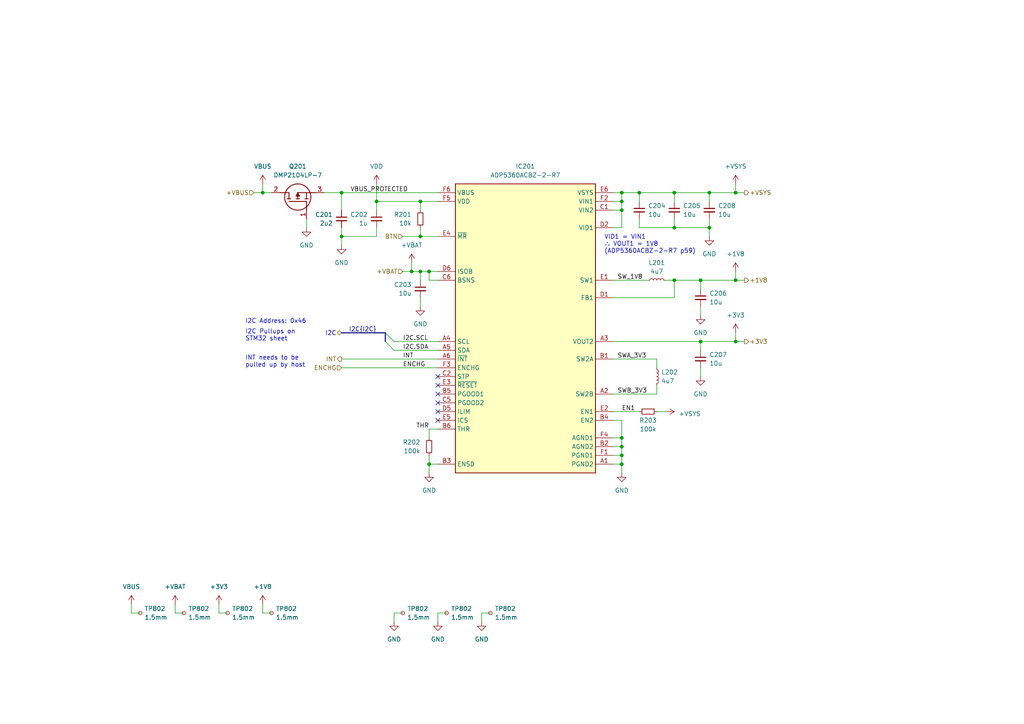
<source format=kicad_sch>
(kicad_sch (version 20230121) (generator eeschema)
  (paper "A4")
  (title_block (title "Watch Power") (rev "2"))
  (lib_symbols
    (symbol "ADP5360ACBZ-2-R7:ADP5360ACBZ-2-R7"
      (property "Reference" "IC" (at 1.27 45.72 0))
      (property "Value" "ADP5360ACBZ-2-R7" (at 1.27 43.18 0))
      (symbol "ADP5360ACBZ-2-R7_1_1"
        (rectangle (start -20.32 40.64) (end 20.32 -43.18) (stroke (width 0.254)) (fill (type background)))
        (pin passive line (at 25.4 -40.64 180) (length 5.08) (name "PGND2") (number "A1"))
        (pin passive line (at 25.4 -20.32 180) (length 5.08) (name "SW2B") (number "A2"))
        (pin passive line (at 25.4 -5.08 180) (length 5.08) (name "VOUT2") (number "A3"))
        (pin passive line (at -25.4 -5.08 0) (length 5.08) (name "SCL") (number "A4"))
        (pin passive line (at -25.4 -7.62 0) (length 5.08) (name "SDA") (number "A5"))
        (pin passive line (at -25.4 -10.16 0) (length 5.08) (name "~{INT}") (number "A6"))
        (pin passive line (at 25.4 -10.16 180) (length 5.08) (name "SW2A") (number "B1"))
        (pin passive line (at 25.4 -35.56 180) (length 5.08) (name "AGND2") (number "B2"))
        (pin passive line (at -25.4 -40.64 0) (length 5.08) (name "ENSD") (number "B3"))
        (pin passive line (at 25.4 -27.94 180) (length 5.08) (name "EN2") (number "B4"))
        (pin passive line (at -25.4 -20.32 0) (length 5.08) (name "PGOOD1") (number "B5"))
        (pin passive line (at -25.4 -30.48 0) (length 5.08) (name "THR") (number "B6"))
        (pin passive line (at 25.4 33.02 180) (length 5.08) (name "VIN2") (number "C1"))
        (pin passive line (at -25.4 -15.24 0) (length 5.08) (name "STP") (number "C2"))
        (pin passive line (at -25.4 -22.86 0) (length 5.08) (name "PGOOD2") (number "C5"))
        (pin passive line (at -25.4 12.7 0) (length 5.08) (name "BSNS") (number "C6"))
        (pin passive line (at 25.4 7.62 180) (length 5.08) (name "FB1") (number "D1"))
        (pin passive line (at 25.4 27.94 180) (length 5.08) (name "VID1") (number "D2"))
        (pin passive line (at -25.4 -25.4 0) (length 5.08) (name "ILIM") (number "D5"))
        (pin passive line (at -25.4 15.24 0) (length 5.08) (name "ISOB") (number "D6"))
        (pin passive line (at 25.4 12.7 180) (length 5.08) (name "SW1") (number "E1"))
        (pin passive line (at 25.4 -25.4 180) (length 5.08) (name "EN1") (number "E2"))
        (pin passive line (at -25.4 -17.78 0) (length 5.08) (name "~{RESET}") (number "E3"))
        (pin passive line (at -25.4 25.4 0) (length 5.08) (name "~{MR}") (number "E4"))
        (pin passive line (at -25.4 -27.94 0) (length 5.08) (name "ICS") (number "E5"))
        (pin passive line (at 25.4 38.1 180) (length 5.08) (name "VSYS") (number "E6"))
        (pin passive line (at 25.4 -38.1 180) (length 5.08) (name "PGND1") (number "F1"))
        (pin passive line (at 25.4 35.56 180) (length 5.08) (name "VIN1") (number "F2"))
        (pin passive line (at -25.4 -12.7 0) (length 5.08) (name "ENCHG") (number "F3"))
        (pin passive line (at 25.4 -33.02 180) (length 5.08) (name "AGND1") (number "F4"))
        (pin passive line (at -25.4 35.56 0) (length 5.08) (name "VDD") (number "F5"))
        (pin passive line (at -25.4 38.1 0) (length 5.08) (name "VBUS") (number "F6"))
      )
    )
    (symbol "Connector:TestPoint_Small" (pin_numbers hide) (pin_names (offset 0.762) hide)
      (property "Reference" "TP" (at 0 3.81 0))
      (property "Value" "TestPoint_Small" (at 0 2.032 0))
      (symbol "TestPoint_Small_0_1"
        (circle (center 0 0) (radius 0.508))
      )
      (symbol "TestPoint_Small_1_1"
        (pin passive line (at 0 0 90) (length 0) (name "1") (number "1"))
      )
    )
    (symbol "DMP2104LP-7:DMP2104LP-7" (pin_names hide)
      (property "Reference" "Q" (at 11.43 3.81 0))
      (property "Value" "DMP2104LP-7" (at 11.43 1.27 0))
      (symbol "DMP2104LP-7_1_1"
        (polyline (pts (xy 2.54 0) (xy 5.08 0)) (stroke (width 0.254)))
        (polyline (pts (xy 5.08 5.08) (xy 5.08 0)) (stroke (width 0.254)))
        (polyline (pts (xy 5.842 -0.508) (xy 5.842 0.508)) (stroke (width 0.254)))
        (polyline (pts (xy 5.842 0) (xy 7.62 0)) (stroke (width 0.254)))
        (polyline (pts (xy 5.842 2.032) (xy 5.842 3.048)) (stroke (width 0.254)))
        (polyline (pts (xy 5.842 5.588) (xy 5.842 4.572)) (stroke (width 0.254)))
        (polyline (pts (xy 7.62 2.54) (xy 5.842 2.54)) (stroke (width 0.254)))
        (polyline (pts (xy 7.62 2.54) (xy 7.62 -2.54)) (stroke (width 0.254)))
        (polyline (pts (xy 7.62 5.08) (xy 5.842 5.08)) (stroke (width 0.254)))
        (polyline (pts (xy 7.62 5.08) (xy 7.62 7.62)) (stroke (width 0.254)))
        (polyline (pts (xy 7.62 2.54) (xy 6.604 3.048) (xy 6.604 2.032) (xy 7.62 2.54)) (stroke (width 0.254)) (fill (type outline)))
        (circle (center 6.35 2.54) (radius 3.81) (stroke (width 0.254)))
        (pin passive line (at 0 0 0) (length 2.54) (name "G") (number "1"))
        (pin passive line (at 7.62 10.16 270) (length 2.54) (name "D") (number "2"))
        (pin passive line (at 7.62 -5.08 90) (length 2.54) (name "S") (number "3"))
      )
    )
    (symbol "Device:C_Small" (pin_numbers hide) (pin_names (offset 0.254) hide)
      (property "Reference" "C" (at 0.254 1.778 0))
      (property "Value" "C_Small" (at 0.254 -2.032 0))
      (symbol "C_Small_0_1"
        (polyline (pts (xy -1.524 -0.508) (xy 1.524 -0.508)) (stroke (width 0.3302)))
        (polyline (pts (xy -1.524 0.508) (xy 1.524 0.508)) (stroke (width 0.3048)))
      )
      (symbol "C_Small_1_1"
        (pin passive line (at 0 2.54 270) (length 2.032) (name "~") (number "1"))
        (pin passive line (at 0 -2.54 90) (length 2.032) (name "~") (number "2"))
      )
    )
    (symbol "Device:L_Small" (pin_numbers hide) (pin_names (offset 0.254) hide)
      (property "Reference" "L" (at 0.762 1.016 0))
      (property "Value" "L_Small" (at 0.762 -1.016 0))
      (symbol "L_Small_0_1"
        (arc (start 0 -2.032) (mid 0.5058 -1.524) (end 0 -1.016))
        (arc (start 0 -1.016) (mid 0.5058 -0.508) (end 0 0))
        (arc (start 0 0) (mid 0.5058 0.508) (end 0 1.016))
        (arc (start 0 1.016) (mid 0.5058 1.524) (end 0 2.032))
      )
      (symbol "L_Small_1_1"
        (pin passive line (at 0 2.54 270) (length 0.508) (name "~") (number "1"))
        (pin passive line (at 0 -2.54 90) (length 0.508) (name "~") (number "2"))
      )
    )
    (symbol "Device:R_Small" (pin_numbers hide) (pin_names (offset 0.254) hide)
      (property "Reference" "R" (at 0.762 0.508 0))
      (property "Value" "R_Small" (at 0.762 -1.016 0))
      (symbol "R_Small_0_1"
        (rectangle (start -0.762 1.778) (end 0.762 -1.778) (stroke (width 0.2032)))
      )
      (symbol "R_Small_1_1"
        (pin passive line (at 0 2.54 270) (length 0.762) (name "~") (number "1"))
        (pin passive line (at 0 -2.54 90) (length 0.762) (name "~") (number "2"))
      )
    )
    (symbol "power:+1V8" (power) (pin_names (offset 0))
      (property "Value" "+1V8" (at 0 3.556 0))
      (symbol "+1V8_0_1"
        (polyline (pts (xy -0.762 1.27) (xy 0 2.54)))
        (polyline (pts (xy 0 0) (xy 0 2.54)))
        (polyline (pts (xy 0 2.54) (xy 0.762 1.27)))
      )
      (symbol "+1V8_1_1"
        (pin power_in line (at 0 0 90) (length 0) hide (name "+1V8") (number "1"))
      )
    )
    (symbol "power:+3V3" (power) (pin_names (offset 0))
      (property "Value" "+3V3" (at 0 3.556 0))
      (symbol "+3V3_0_1"
        (polyline (pts (xy -0.762 1.27) (xy 0 2.54)))
        (polyline (pts (xy 0 0) (xy 0 2.54)))
        (polyline (pts (xy 0 2.54) (xy 0.762 1.27)))
      )
      (symbol "+3V3_1_1"
        (pin power_in line (at 0 0 90) (length 0) hide (name "+3V3") (number "1"))
      )
    )
    (symbol "power:GND" (power) (pin_names (offset 0))
      (property "Value" "GND" (at 0 -3.81 0))
      (symbol "GND_0_1"
        (polyline (pts (xy 0 0) (xy 0 -1.27) (xy 1.27 -1.27) (xy 0 -2.54) (xy -1.27 -1.27) (xy 0 -1.27)))
      )
      (symbol "GND_1_1"
        (pin power_in line (at 0 0 270) (length 0) hide (name "GND") (number "1"))
      )
    )
    (symbol "power:VBUS" (power) (pin_names (offset 0))
      (property "Value" "VBUS" (at 0 3.81 0))
      (symbol "VBUS_0_1"
        (polyline (pts (xy -0.762 1.27) (xy 0 2.54)))
        (polyline (pts (xy 0 0) (xy 0 2.54)))
        (polyline (pts (xy 0 2.54) (xy 0.762 1.27)))
      )
      (symbol "VBUS_1_1"
        (pin power_in line (at 0 0 90) (length 0) hide (name "VBUS") (number "1"))
      )
    )
    (symbol "power:VDD" (power) (pin_names (offset 0))
      (property "Value" "VDD" (at 0 3.81 0))
      (symbol "VDD_0_1"
        (polyline (pts (xy -0.762 1.27) (xy 0 2.54)))
        (polyline (pts (xy 0 0) (xy 0 2.54)))
        (polyline (pts (xy 0 2.54) (xy 0.762 1.27)))
      )
      (symbol "VDD_1_1"
        (pin power_in line (at 0 0 90) (length 0) hide (name "VDD") (number "1"))
      )
    )
    (symbol "watch_symbols_lib:+VBAT" (power) (pin_names (offset 0))
      (property "Value" "+VBAT" (at 0 3.556 0))
      (symbol "+VBAT_0_1"
        (polyline (pts (xy -0.762 1.27) (xy 0 2.54)))
        (polyline (pts (xy 0 0) (xy 0 2.54)))
        (polyline (pts (xy 0 2.54) (xy 0.762 1.27)))
      )
      (symbol "+VBAT_1_1"
        (pin power_in line (at 0 0 90) (length 0) hide (name "+VBAT") (number "1"))
      )
    )
    (symbol "watch_symbols_lib:+VSYS" (power) (pin_names (offset 0))
      (property "Value" "+VSYS" (at 0 3.556 0))
      (symbol "+VSYS_0_1"
        (polyline (pts (xy -0.762 1.27) (xy 0 2.54)))
        (polyline (pts (xy 0 0) (xy 0 2.54)))
        (polyline (pts (xy 0 2.54) (xy 0.762 1.27)))
      )
      (symbol "+VSYS_1_1"
        (pin power_in line (at 0 0 90) (length 0) hide (name "+VSYS") (number "1"))
      )
    )
  )
  (junction (at 124.46 78.74))
  (junction (at 195.58 81.28))
  (junction (at 124.46 134.62))
  (junction (at 99.06 68.58))
  (junction (at 213.36 99.06))
  (junction (at 203.2 99.06))
  (junction (at 119.38 78.74))
  (junction (at 185.42 55.88))
  (junction (at 205.74 66.04))
  (junction (at 180.34 132.08))
  (junction (at 213.36 81.28))
  (junction (at 180.34 134.62))
  (junction (at 203.2 81.28))
  (junction (at 180.34 129.54))
  (junction (at 180.34 60.96))
  (junction (at 180.34 127))
  (junction (at 213.36 55.88))
  (junction (at 180.34 58.42))
  (junction (at 76.2 55.88))
  (junction (at 121.92 58.42))
  (junction (at 195.58 66.04))
  (junction (at 109.22 58.42))
  (junction (at 205.74 55.88))
  (junction (at 195.58 55.88))
  (junction (at 121.92 68.58))
  (junction (at 99.06 55.88))
  (junction (at 121.92 78.74))
  (junction (at 180.34 55.88))
  (no_connect (at 127 111.76))
  (no_connect (at 127 119.38))
  (no_connect (at 127 114.3))
  (no_connect (at 127 116.84))
  (no_connect (at 127 121.92))
  (no_connect (at 127 109.22))
  (bus_entry (at 111.76 99.06) (size 2.54 2.54))
  (bus_entry (at 111.76 96.52) (size 2.54 2.54))
  (wire (pts (xy 116.84 78.74) (xy 119.38 78.74)))
  (wire (pts (xy 203.2 99.06) (xy 213.36 99.06)))
  (wire (pts (xy 177.8 119.38) (xy 185.42 119.38)))
  (wire (pts (xy 180.34 127) (xy 177.8 127)))
  (wire (pts (xy 76.2 55.88) (xy 78.74 55.88)))
  (bus (pts (xy 111.76 96.52) (xy 111.76 99.06)))
  (wire (pts (xy 109.22 60.96) (xy 109.22 58.42)))
  (wire (pts (xy 177.8 58.42) (xy 180.34 58.42)))
  (wire (pts (xy 73.66 55.88) (xy 76.2 55.88)))
  (wire (pts (xy 205.74 55.88) (xy 205.74 58.42)))
  (wire (pts (xy 195.58 66.04) (xy 205.74 66.04)))
  (wire (pts (xy 213.36 99.06) (xy 215.9 99.06)))
  (wire (pts (xy 205.74 66.04) (xy 205.74 63.5)))
  (wire (pts (xy 38.1 175.26) (xy 38.1 177.8)))
  (wire (pts (xy 203.2 81.28) (xy 213.36 81.28)))
  (wire (pts (xy 180.34 132.08) (xy 180.34 129.54)))
  (wire (pts (xy 177.8 134.62) (xy 180.34 134.62)))
  (wire (pts (xy 139.7 180.34) (xy 139.7 177.8)))
  (wire (pts (xy 213.36 55.88) (xy 213.36 53.34)))
  (wire (pts (xy 124.46 127) (xy 124.46 124.46)))
  (wire (pts (xy 119.38 78.74) (xy 119.38 76.2)))
  (wire (pts (xy 109.22 68.58) (xy 99.06 68.58)))
  (wire (pts (xy 114.3 101.6) (xy 127 101.6)))
  (wire (pts (xy 139.7 177.8) (xy 142.24 177.8)))
  (wire (pts (xy 114.3 99.06) (xy 127 99.06)))
  (wire (pts (xy 177.8 81.28) (xy 187.96 81.28)))
  (wire (pts (xy 114.3 177.8) (xy 116.84 177.8)))
  (wire (pts (xy 99.06 106.68) (xy 127 106.68)))
  (wire (pts (xy 213.36 81.28) (xy 215.9 81.28)))
  (wire (pts (xy 185.42 66.04) (xy 195.58 66.04)))
  (wire (pts (xy 195.58 86.36) (xy 195.58 81.28)))
  (wire (pts (xy 195.58 55.88) (xy 205.74 55.88)))
  (wire (pts (xy 185.42 66.04) (xy 185.42 63.5)))
  (wire (pts (xy 99.06 104.14) (xy 127 104.14)))
  (wire (pts (xy 116.84 68.58) (xy 121.92 68.58)))
  (wire (pts (xy 195.58 81.28) (xy 203.2 81.28)))
  (wire (pts (xy 127 180.34) (xy 127 177.8)))
  (wire (pts (xy 124.46 81.28) (xy 124.46 78.74)))
  (wire (pts (xy 180.34 137.16) (xy 180.34 134.62)))
  (wire (pts (xy 177.8 121.92) (xy 180.34 121.92)))
  (wire (pts (xy 190.5 104.14) (xy 190.5 106.68)))
  (wire (pts (xy 177.8 55.88) (xy 180.34 55.88)))
  (wire (pts (xy 203.2 106.68) (xy 203.2 109.22)))
  (wire (pts (xy 205.74 55.88) (xy 213.36 55.88)))
  (wire (pts (xy 121.92 58.42) (xy 127 58.42)))
  (wire (pts (xy 213.36 78.74) (xy 213.36 81.28)))
  (wire (pts (xy 180.34 58.42) (xy 180.34 55.88)))
  (wire (pts (xy 180.34 55.88) (xy 185.42 55.88)))
  (wire (pts (xy 88.9 63.5) (xy 88.9 66.04)))
  (wire (pts (xy 76.2 175.26) (xy 76.2 177.8)))
  (wire (pts (xy 124.46 132.08) (xy 124.46 134.62)))
  (wire (pts (xy 93.98 55.88) (xy 99.06 55.88)))
  (wire (pts (xy 124.46 134.62) (xy 127 134.62)))
  (wire (pts (xy 180.34 66.04) (xy 180.34 60.96)))
  (wire (pts (xy 195.58 55.88) (xy 195.58 58.42)))
  (wire (pts (xy 121.92 88.9) (xy 121.92 86.36)))
  (wire (pts (xy 177.8 114.3) (xy 190.5 114.3)))
  (wire (pts (xy 76.2 177.8) (xy 78.74 177.8)))
  (wire (pts (xy 76.2 53.34) (xy 76.2 55.88)))
  (wire (pts (xy 99.06 68.58) (xy 99.06 71.12)))
  (wire (pts (xy 213.36 96.52) (xy 213.36 99.06)))
  (wire (pts (xy 121.92 68.58) (xy 127 68.58)))
  (wire (pts (xy 185.42 55.88) (xy 195.58 55.88)))
  (wire (pts (xy 109.22 66.04) (xy 109.22 68.58)))
  (wire (pts (xy 121.92 66.04) (xy 121.92 68.58)))
  (wire (pts (xy 124.46 137.16) (xy 124.46 134.62)))
  (wire (pts (xy 203.2 81.28) (xy 203.2 83.82)))
  (wire (pts (xy 213.36 55.88) (xy 215.9 55.88)))
  (wire (pts (xy 190.5 119.38) (xy 193.04 119.38)))
  (wire (pts (xy 205.74 68.58) (xy 205.74 66.04)))
  (wire (pts (xy 99.06 68.58) (xy 99.06 66.04)))
  (wire (pts (xy 121.92 78.74) (xy 124.46 78.74)))
  (wire (pts (xy 124.46 124.46) (xy 127 124.46)))
  (wire (pts (xy 63.5 175.26) (xy 63.5 177.8)))
  (wire (pts (xy 177.8 104.14) (xy 190.5 104.14)))
  (wire (pts (xy 38.1 177.8) (xy 40.64 177.8)))
  (wire (pts (xy 185.42 55.88) (xy 185.42 58.42)))
  (wire (pts (xy 195.58 81.28) (xy 193.04 81.28)))
  (wire (pts (xy 195.58 66.04) (xy 195.58 63.5)))
  (wire (pts (xy 119.38 78.74) (xy 121.92 78.74)))
  (wire (pts (xy 180.34 132.08) (xy 177.8 132.08)))
  (wire (pts (xy 180.34 121.92) (xy 180.34 127)))
  (wire (pts (xy 127 78.74) (xy 124.46 78.74)))
  (wire (pts (xy 99.06 55.88) (xy 127 55.88)))
  (wire (pts (xy 109.22 58.42) (xy 121.92 58.42)))
  (wire (pts (xy 127 177.8) (xy 129.54 177.8)))
  (wire (pts (xy 177.8 129.54) (xy 180.34 129.54)))
  (wire (pts (xy 177.8 86.36) (xy 195.58 86.36)))
  (wire (pts (xy 180.34 129.54) (xy 180.34 127)))
  (wire (pts (xy 121.92 78.74) (xy 121.92 81.28)))
  (wire (pts (xy 180.34 60.96) (xy 180.34 58.42)))
  (wire (pts (xy 50.8 175.26) (xy 50.8 177.8)))
  (wire (pts (xy 177.8 66.04) (xy 180.34 66.04)))
  (wire (pts (xy 180.34 134.62) (xy 180.34 132.08)))
  (bus (pts (xy 111.76 96.52) (xy 99.06 96.52)))
  (wire (pts (xy 99.06 55.88) (xy 99.06 60.96)))
  (wire (pts (xy 121.92 58.42) (xy 121.92 60.96)))
  (wire (pts (xy 203.2 88.9) (xy 203.2 91.44)))
  (wire (pts (xy 127 81.28) (xy 124.46 81.28)))
  (wire (pts (xy 50.8 177.8) (xy 53.34 177.8)))
  (wire (pts (xy 114.3 180.34) (xy 114.3 177.8)))
  (wire (pts (xy 177.8 60.96) (xy 180.34 60.96)))
  (wire (pts (xy 190.5 111.76) (xy 190.5 114.3)))
  (wire (pts (xy 109.22 53.34) (xy 109.22 58.42)))
  (wire (pts (xy 63.5 177.8) (xy 66.04 177.8)))
  (wire (pts (xy 177.8 99.06) (xy 203.2 99.06)))
  (wire (pts (xy 203.2 99.06) (xy 203.2 101.6)))
  (text "VID1 = VIN1\n∴ VOUT1 = 1V8\n(ADP5360ACBZ-2-R7 p59)" (at 175.26 73.66 0) (effects (font (size 1.27 1.27)) (justify left bottom)))
  (text "INT needs to be\npulled up by host" (at 71.12 106.68 0) (effects (font (size 1.27 1.27)) (justify left bottom)))
  (text "I2C Address: 0x46" (at 71.12 93.98 0) (effects (font (size 1.27 1.27)) (justify left bottom)))
  (text "I2C Pullups on\nSTM32 sheet" (at 71.12 99.06 0) (effects (font (size 1.27 1.27)) (justify left bottom)))
  (label "VBUS_PROTECTED" (at 101.6 55.88 0))
  (label "INT" (at 116.84 104.14 0))
  (label "I2C{I2C}" (at 109.22 96.52 180))
  (label "THR" (at 124.46 124.46 180))
  (label "SW_1V8" (at 179.07 81.28 0))
  (label "I2C.SCL" (at 116.84 99.06 0))
  (label "EN1" (at 180.34 119.38 0))
  (label "SWA_3V3" (at 179.07 104.14 0))
  (label "SWB_3V3" (at 179.07 114.3 0))
  (label "I2C.SDA" (at 116.84 101.6 0))
  (label "ENCHG" (at 116.84 106.68 0))
  (hierarchical_label "+VSYS" (shape output) (at 215.9 55.88 0))
  (hierarchical_label "+VBUS" (shape input) (at 73.66 55.88 180))
  (hierarchical_label "+3V3" (shape output) (at 215.9 99.06 0))
  (hierarchical_label "+VBAT" (shape input) (at 116.84 78.74 180))
  (hierarchical_label "BTN" (shape input) (at 116.84 68.58 180))
  (hierarchical_label "INT" (shape output) (at 99.06 104.14 180))
  (hierarchical_label "+1V8" (shape output) (at 215.9 81.28 0))
  (hierarchical_label "I2C" (shape bidirectional) (at 99.06 96.52 180) (property "DSI" "DSI" (effects hide)))
  (hierarchical_label "ENCHG" (shape input) (at 99.06 106.68 180))
  (symbol (lib_id "power:GND") (at 124.46 137.16 0) (unit 1)
    (property "Reference" "#PWR0208" (effects hide))
    (property "Value" "GND" (at 124.46 142.24 0))
  )
  (symbol (lib_id "Connector:TestPoint_Small") (at 78.74 177.8 0) (unit 1)
    (property "Reference" "TP802" (at 80.01 176.53 0) (effects (justify left)))
    (property "Value" "1.5mm" (at 80.01 179.07 0) (effects (justify left)))
    (property "Footprint" "TestPoint:TestPoint_Pad_D1.5mm" (effects hide))
    (instances (project "watch_main" (path "" (reference "TP802") (unit 1)) (path "" (reference "TP204") (unit 1))))
  )
  (symbol (lib_id "Device:R_Small") (at 124.46 129.54 0) (mirror y) (unit 1)
    (property "Reference" "R202" (at 121.92 128.27 0) (effects (justify left)))
    (property "Value" "100k" (at 121.92 130.81 0) (effects (justify left)))
    (property "Footprint" "Resistor_SMD:R_0402_1005Metric" (effects hide))
  )
  (symbol (lib_id "Connector:TestPoint_Small") (at 142.24 177.8 0) (unit 1)
    (property "Reference" "TP802" (at 143.51 176.53 0) (effects (justify left)))
    (property "Value" "1.5mm" (at 143.51 179.07 0) (effects (justify left)))
    (property "Footprint" "TestPoint:TestPoint_Pad_D1.5mm" (effects hide))
    (instances (project "watch_main" (path "" (reference "TP802") (unit 1)) (path "" (reference "TP209") (unit 1))))
  )
  (symbol (lib_id "power:GND") (at 203.2 109.22 0) (unit 1)
    (property "Reference" "#PWR0218" (effects hide))
    (property "Value" "GND" (at 203.2 114.3 0))
  )
  (symbol (lib_id "watch_symbols_lib:+VBAT") (at 50.8 175.26 0) (unit 1)
    (property "Reference" "#PWR0209" (effects hide))
    (property "Value" "+VBAT" (at 50.8 170.18 0))
  )
  (symbol (lib_id "Device:C_Small") (at 99.06 63.5 0) (mirror y) (unit 1)
    (property "Reference" "C201" (at 96.52 62.2363 0) (effects (justify left)))
    (property "Value" "2u2" (at 96.52 64.7763 0) (effects (justify left)))
    (property "Footprint" "Capacitor_SMD:C_0402_1005Metric" (effects hide))
  )
  (symbol (lib_id "Device:C_Small") (at 203.2 104.14 0) (unit 1)
    (property "Reference" "C207" (at 205.74 102.8763 0) (effects (justify left)))
    (property "Value" "10u" (at 205.74 105.4163 0) (effects (justify left)))
    (property "Footprint" "Capacitor_SMD:C_0402_1005Metric" (effects hide))
  )
  (symbol (lib_id "ADP5360ACBZ-2-R7:ADP5360ACBZ-2-R7") (at 152.4 93.98 0) (unit 1)
    (property "Reference" "IC201" (at 152.4 48.26 0))
    (property "Value" "ADP5360ACBZ-2-R7" (at 152.4 50.8 0))
    (property "Footprint" "watch_footprints:ADP5360ACBZ1R7" (effects hide))
    (property "Datasheet" "https://static6.arrow.com/aropdfconversion/942f247d1889decade131896ebbd71237a4d497d/adp5360.pdf" (effects hide))
    (property "Height" "0.56" (effects hide))
    (property "Mouser Part Number" "584-ADP5360ACBZ-2-R7" (effects hide))
    (property "Mouser Price/Stock" "https://www.mouser.co.uk/ProductDetail/Analog-Devices/ADP5360ACBZ-2-R7?qs=GBLSl2AkirtayaN8yEOC7w%3D%3D" (effects hide))
    (property "Manufacturer_Name" "Analog Devices" (effects hide))
    (property "Manufacturer_Part_Number" "ADP5360ACBZ-2-R7" (effects hide))
  )
  (symbol (lib_id "Connector:TestPoint_Small") (at 66.04 177.8 0) (unit 1)
    (property "Reference" "TP802" (at 67.31 176.53 0) (effects (justify left)))
    (property "Value" "1.5mm" (at 67.31 179.07 0) (effects (justify left)))
    (property "Footprint" "TestPoint:TestPoint_Pad_D1.5mm" (effects hide))
    (instances (project "watch_main" (path "" (reference "TP802") (unit 1)) (path "" (reference "TP203") (unit 1))))
  )
  (symbol (lib_id "Device:C_Small") (at 185.42 60.96 0) (unit 1)
    (property "Reference" "C204" (at 187.96 59.6963 0) (effects (justify left)))
    (property "Value" "10u" (at 187.96 62.2363 0) (effects (justify left)))
    (property "Footprint" "Capacitor_SMD:C_0402_1005Metric" (effects hide))
  )
  (symbol (lib_id "watch_symbols_lib:+VSYS") (at 193.04 119.38 270) (unit 1)
    (property "Reference" "#PWR0212" (effects hide))
    (property "Value" "+VSYS" (at 196.85 120.015 90) (effects (justify left)))
  )
  (symbol (lib_id "Device:C_Small") (at 109.22 63.5 0) (mirror y) (unit 1)
    (property "Reference" "C202" (at 106.68 62.2363 0) (effects (justify left)))
    (property "Value" "1u" (at 106.68 64.7763 0) (effects (justify left)))
    (property "Footprint" "Capacitor_SMD:C_0402_1005Metric" (effects hide))
  )
  (symbol (lib_id "power:+1V8") (at 76.2 175.26 0) (unit 1)
    (property "Reference" "#PWR0211" (effects hide))
    (property "Value" "+1V8" (at 76.2 170.18 0))
  )
  (symbol (lib_id "Connector:TestPoint_Small") (at 40.64 177.8 0) (unit 1)
    (property "Reference" "TP802" (at 41.91 176.53 0) (effects (justify left)))
    (property "Value" "1.5mm" (at 41.91 179.07 0) (effects (justify left)))
    (property "Footprint" "TestPoint:TestPoint_Pad_D1.5mm" (effects hide))
    (instances (project "watch_main" (path "" (reference "TP802") (unit 1)) (path "" (reference "TP201") (unit 1))))
  )
  (symbol (lib_id "power:GND") (at 180.34 137.16 0) (unit 1)
    (property "Reference" "#PWR0214" (effects hide))
    (property "Value" "GND" (at 180.34 142.24 0))
  )
  (symbol (lib_id "DMP2104LP-7:DMP2104LP-7") (at 88.9 63.5 90) (unit 1)
    (property "Reference" "Q201" (at 86.36 48.26 90))
    (property "Value" "DMP2104LP-7" (at 86.36 50.8 90))
    (property "Footprint" "watch_footprints:DMP2104LP7" (effects hide))
    (property "Datasheet" "https://componentsearchengine.com/Datasheets/2/DMP2104LP-7.pdf" (effects hide))
    (property "Height" "0.53" (effects hide))
    (property "Mouser Part Number" "621-DMP2104LP-7" (effects hide))
    (property "Mouser Price/Stock" "https://www.mouser.co.uk/ProductDetail/Diodes-Incorporated/DMP2104LP-7?qs=R%252By5Lqt1H6xg6KRllhPj7w%3D%3D" (effects hide))
    (property "Manufacturer_Name" "Diodes Incorporated" (effects hide))
    (property "Manufacturer_Part_Number" "DMP2104LP-7" (effects hide))
  )
  (symbol (lib_id "power:+3V3") (at 63.5 175.26 0) (unit 1)
    (property "Reference" "#PWR0210" (effects hide))
    (property "Value" "+3V3" (at 63.5 170.18 0))
  )
  (symbol (lib_id "Connector:TestPoint_Small") (at 53.34 177.8 0) (unit 1)
    (property "Reference" "TP802" (at 54.61 176.53 0) (effects (justify left)))
    (property "Value" "1.5mm" (at 54.61 179.07 0) (effects (justify left)))
    (property "Footprint" "TestPoint:TestPoint_Pad_D1.5mm" (effects hide))
    (instances (project "watch_main" (path "" (reference "TP802") (unit 1)) (path "" (reference "TP202") (unit 1))))
  )
  (symbol (lib_id "power:GND") (at 88.9 66.04 0) (unit 1)
    (property "Reference" "#PWR0202" (effects hide))
    (property "Value" "GND" (at 88.9 71.12 0))
  )
  (symbol (lib_id "power:GND") (at 139.7 180.34 0) (unit 1)
    (property "Reference" "#PWR0232" (effects hide))
    (property "Value" "GND" (at 139.7 185.42 0))
  )
  (symbol (lib_id "power:GND") (at 203.2 91.44 0) (unit 1)
    (property "Reference" "#PWR0217" (effects hide))
    (property "Value" "GND" (at 203.2 96.52 0))
  )
  (symbol (lib_id "power:VBUS") (at 76.2 53.34 0) (unit 1)
    (property "Reference" "#PWR0201" (effects hide))
    (property "Value" "VBUS" (at 76.2 48.26 0))
  )
  (symbol (lib_id "power:VDD") (at 109.22 53.34 0) (unit 1)
    (property "Reference" "#PWR0204" (effects hide))
    (property "Value" "VDD" (at 109.22 48.26 0))
  )
  (symbol (lib_id "Device:C_Small") (at 203.2 86.36 0) (unit 1)
    (property "Reference" "C206" (at 205.74 85.0963 0) (effects (justify left)))
    (property "Value" "10u" (at 205.74 87.6363 0) (effects (justify left)))
    (property "Footprint" "Capacitor_SMD:C_0402_1005Metric" (effects hide))
  )
  (symbol (lib_id "power:GND") (at 99.06 71.12 0) (unit 1)
    (property "Reference" "#PWR0203" (effects hide))
    (property "Value" "GND" (at 99.06 76.2 0))
  )
  (symbol (lib_id "power:GND") (at 114.3 180.34 0) (unit 1)
    (property "Reference" "#PWR0213" (effects hide))
    (property "Value" "GND" (at 114.3 185.42 0))
  )
  (symbol (lib_id "Connector:TestPoint_Small") (at 116.84 177.8 0) (unit 1)
    (property "Reference" "TP802" (at 118.11 176.53 0) (effects (justify left)))
    (property "Value" "1.5mm" (at 118.11 179.07 0) (effects (justify left)))
    (property "Footprint" "TestPoint:TestPoint_Pad_D1.5mm" (effects hide))
    (instances (project "watch_main" (path "" (reference "TP802") (unit 1)) (path "" (reference "TP206") (unit 1))))
  )
  (symbol (lib_id "Device:R_Small") (at 187.96 119.38 90) (mirror x) (unit 1)
    (property "Reference" "R203" (at 187.96 121.92 90))
    (property "Value" "100k" (at 187.96 124.46 90))
    (property "Footprint" "Resistor_SMD:R_0402_1005Metric" (effects hide))
  )
  (symbol (lib_id "Device:C_Small") (at 195.58 60.96 0) (unit 1)
    (property "Reference" "C205" (at 198.12 59.6963 0) (effects (justify left)))
    (property "Value" "10u" (at 198.12 62.2363 0) (effects (justify left)))
    (property "Footprint" "Capacitor_SMD:C_0402_1005Metric" (effects hide))
  )
  (symbol (lib_id "power:GND") (at 121.92 88.9 0) (unit 1)
    (property "Reference" "#PWR0207" (effects hide))
    (property "Value" "GND" (at 121.92 93.98 0))
  )
  (symbol (lib_id "power:VBUS") (at 38.1 175.26 0) (unit 1)
    (property "Reference" "#PWR0205" (effects hide))
    (property "Value" "VBUS" (at 38.1 170.18 0))
  )
  (symbol (lib_id "Device:L_Small") (at 190.5 81.28 90) (unit 1)
    (property "Reference" "L201" (at 190.5 76.2 90))
    (property "Value" "4u7" (at 190.5 78.74 90))
    (property "Footprint" "Inductor_SMD:L_Murata_DFE201610P" (effects hide))
  )
  (symbol (lib_id "Connector:TestPoint_Small") (at 129.54 177.8 0) (unit 1)
    (property "Reference" "TP802" (at 130.81 176.53 0) (effects (justify left)))
    (property "Value" "1.5mm" (at 130.81 179.07 0) (effects (justify left)))
    (property "Footprint" "TestPoint:TestPoint_Pad_D1.5mm" (effects hide))
    (instances (project "watch_main" (path "" (reference "TP802") (unit 1)) (path "" (reference "TP208") (unit 1))))
  )
  (symbol (lib_id "Device:R_Small") (at 121.92 63.5 0) (mirror y) (unit 1)
    (property "Reference" "R201" (at 119.38 62.23 0) (effects (justify left)))
    (property "Value" "10k" (at 119.38 64.77 0) (effects (justify left)))
    (property "Footprint" "Resistor_SMD:R_0402_1005Metric" (effects hide))
  )
  (symbol (lib_id "power:+3V3") (at 213.36 96.52 0) (unit 1)
    (property "Reference" "#PWR0222" (effects hide))
    (property "Value" "+3V3" (at 213.36 91.44 0))
  )
  (symbol (lib_id "Device:C_Small") (at 121.92 83.82 0) (mirror y) (unit 1)
    (property "Reference" "C203" (at 119.38 82.5563 0) (effects (justify left)))
    (property "Value" "10u" (at 119.38 85.0963 0) (effects (justify left)))
    (property "Footprint" "Capacitor_SMD:C_0402_1005Metric" (effects hide))
  )
  (symbol (lib_id "power:GND") (at 205.74 68.58 0) (unit 1)
    (property "Reference" "#PWR0219" (effects hide))
    (property "Value" "GND" (at 205.74 73.66 0))
  )
  (symbol (lib_id "Device:L_Small") (at 190.5 109.22 0) (unit 1)
    (property "Reference" "L202" (at 191.77 107.95 0) (effects (justify left)))
    (property "Value" "4u7" (at 191.77 110.49 0) (effects (justify left)))
    (property "Footprint" "Inductor_SMD:L_Murata_DFE201610P" (effects hide))
  )
  (symbol (lib_id "watch_symbols_lib:+VBAT") (at 119.38 76.2 0) (unit 1)
    (property "Reference" "#PWR0206" (effects hide))
    (property "Value" "+VBAT" (at 119.38 71.12 0))
  )
  (symbol (lib_id "Device:C_Small") (at 205.74 60.96 0) (unit 1)
    (property "Reference" "C208" (at 208.28 59.6963 0) (effects (justify left)))
    (property "Value" "10u" (at 208.28 62.2363 0) (effects (justify left)))
    (property "Footprint" "Capacitor_SMD:C_0402_1005Metric" (effects hide))
  )
  (symbol (lib_id "power:GND") (at 127 180.34 0) (unit 1)
    (property "Reference" "#PWR0216" (effects hide))
    (property "Value" "GND" (at 127 185.42 0))
  )
  (symbol (lib_id "power:+1V8") (at 213.36 78.74 0) (unit 1)
    (property "Reference" "#PWR0221" (effects hide))
    (property "Value" "+1V8" (at 213.36 73.66 0))
  )
  (symbol (lib_id "watch_symbols_lib:+VSYS") (at 213.36 53.34 0) (unit 1)
    (property "Reference" "#PWR0220" (effects hide))
    (property "Value" "+VSYS" (at 213.36 48.26 0))
  )
)
</source>
